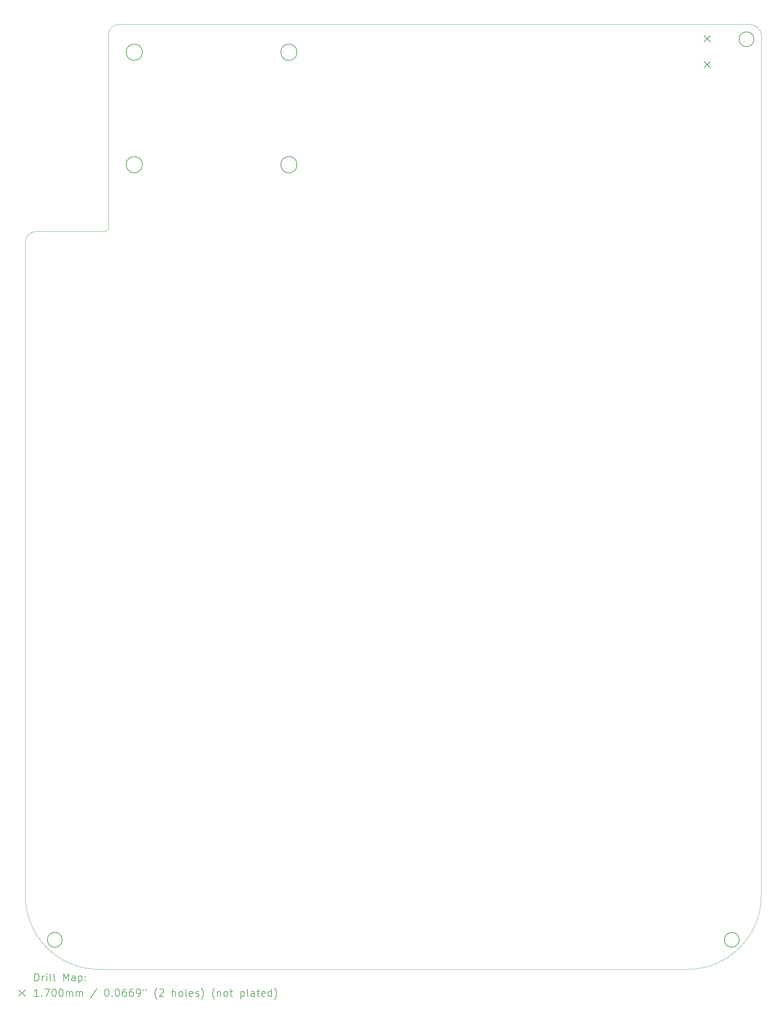
<source format=gbr>
%TF.GenerationSoftware,KiCad,Pcbnew,9.0.1*%
%TF.CreationDate,2025-08-16T12:46:44+08:00*%
%TF.ProjectId,final version,66696e61-6c20-4766-9572-73696f6e2e6b,rev?*%
%TF.SameCoordinates,Original*%
%TF.FileFunction,Drillmap*%
%TF.FilePolarity,Positive*%
%FSLAX45Y45*%
G04 Gerber Fmt 4.5, Leading zero omitted, Abs format (unit mm)*
G04 Created by KiCad (PCBNEW 9.0.1) date 2025-08-16 12:46:44*
%MOMM*%
%LPD*%
G01*
G04 APERTURE LIST*
%ADD10C,0.050000*%
%ADD11C,0.200000*%
%ADD12C,0.170000*%
G04 APERTURE END LIST*
D10*
X24400000Y-6725000D02*
X24400000Y-30025000D01*
D11*
X7624500Y-7176000D02*
G75*
G02*
X7184500Y-7176000I-220000J0D01*
G01*
X7184500Y-7176000D02*
G75*
G02*
X7624500Y-7176000I220000J0D01*
G01*
D10*
X6450000Y-32025000D02*
X22400000Y-32025000D01*
D11*
X7624500Y-10224000D02*
G75*
G02*
X7184500Y-10224000I-220000J0D01*
G01*
X7184500Y-10224000D02*
G75*
G02*
X7624500Y-10224000I220000J0D01*
G01*
D10*
X4450000Y-12330000D02*
G75*
G02*
X4750000Y-12030000I300000J0D01*
G01*
X6700000Y-11945000D02*
G75*
G02*
X6615000Y-12030000I-85000J0D01*
G01*
D11*
X24200000Y-6825000D02*
G75*
G02*
X23800000Y-6825000I-200000J0D01*
G01*
X23800000Y-6825000D02*
G75*
G02*
X24200000Y-6825000I200000J0D01*
G01*
D10*
X4750000Y-12030000D02*
X6615000Y-12030000D01*
X24400000Y-30025000D02*
G75*
G02*
X22400000Y-32025000I-2000000J0D01*
G01*
D11*
X11815500Y-10224000D02*
G75*
G02*
X11375500Y-10224000I-220000J0D01*
G01*
X11375500Y-10224000D02*
G75*
G02*
X11815500Y-10224000I220000J0D01*
G01*
D10*
X6700000Y-6720000D02*
G75*
G02*
X7000000Y-6420000I300000J0D01*
G01*
X6450000Y-32025000D02*
G75*
G02*
X4450000Y-30025000I0J2000000D01*
G01*
D11*
X11815500Y-7176000D02*
G75*
G02*
X11375500Y-7176000I-220000J0D01*
G01*
X11375500Y-7176000D02*
G75*
G02*
X11815500Y-7176000I220000J0D01*
G01*
D10*
X4450000Y-12330000D02*
X4450000Y-30025000D01*
X7000000Y-6420000D02*
X24100000Y-6425000D01*
D11*
X23800000Y-31225000D02*
G75*
G02*
X23400000Y-31225000I-200000J0D01*
G01*
X23400000Y-31225000D02*
G75*
G02*
X23800000Y-31225000I200000J0D01*
G01*
D10*
X6700000Y-6720000D02*
X6700000Y-11945000D01*
D11*
X5450000Y-31225000D02*
G75*
G02*
X5050000Y-31225000I-200000J0D01*
G01*
X5050000Y-31225000D02*
G75*
G02*
X5450000Y-31225000I200000J0D01*
G01*
D10*
X24100000Y-6425000D02*
G75*
G02*
X24400000Y-6725000I0J-300000D01*
G01*
D11*
D12*
X22853000Y-6728000D02*
X23023000Y-6898000D01*
X23023000Y-6728000D02*
X22853000Y-6898000D01*
X22853000Y-7428000D02*
X23023000Y-7598000D01*
X23023000Y-7428000D02*
X22853000Y-7598000D01*
D11*
X4708277Y-32338984D02*
X4708277Y-32138984D01*
X4708277Y-32138984D02*
X4755896Y-32138984D01*
X4755896Y-32138984D02*
X4784467Y-32148508D01*
X4784467Y-32148508D02*
X4803515Y-32167555D01*
X4803515Y-32167555D02*
X4813039Y-32186603D01*
X4813039Y-32186603D02*
X4822563Y-32224698D01*
X4822563Y-32224698D02*
X4822563Y-32253269D01*
X4822563Y-32253269D02*
X4813039Y-32291365D01*
X4813039Y-32291365D02*
X4803515Y-32310412D01*
X4803515Y-32310412D02*
X4784467Y-32329460D01*
X4784467Y-32329460D02*
X4755896Y-32338984D01*
X4755896Y-32338984D02*
X4708277Y-32338984D01*
X4908277Y-32338984D02*
X4908277Y-32205650D01*
X4908277Y-32243746D02*
X4917801Y-32224698D01*
X4917801Y-32224698D02*
X4927324Y-32215174D01*
X4927324Y-32215174D02*
X4946372Y-32205650D01*
X4946372Y-32205650D02*
X4965420Y-32205650D01*
X5032086Y-32338984D02*
X5032086Y-32205650D01*
X5032086Y-32138984D02*
X5022563Y-32148508D01*
X5022563Y-32148508D02*
X5032086Y-32158031D01*
X5032086Y-32158031D02*
X5041610Y-32148508D01*
X5041610Y-32148508D02*
X5032086Y-32138984D01*
X5032086Y-32138984D02*
X5032086Y-32158031D01*
X5155896Y-32338984D02*
X5136848Y-32329460D01*
X5136848Y-32329460D02*
X5127324Y-32310412D01*
X5127324Y-32310412D02*
X5127324Y-32138984D01*
X5260658Y-32338984D02*
X5241610Y-32329460D01*
X5241610Y-32329460D02*
X5232086Y-32310412D01*
X5232086Y-32310412D02*
X5232086Y-32138984D01*
X5489229Y-32338984D02*
X5489229Y-32138984D01*
X5489229Y-32138984D02*
X5555896Y-32281841D01*
X5555896Y-32281841D02*
X5622562Y-32138984D01*
X5622562Y-32138984D02*
X5622562Y-32338984D01*
X5803515Y-32338984D02*
X5803515Y-32234222D01*
X5803515Y-32234222D02*
X5793991Y-32215174D01*
X5793991Y-32215174D02*
X5774943Y-32205650D01*
X5774943Y-32205650D02*
X5736848Y-32205650D01*
X5736848Y-32205650D02*
X5717801Y-32215174D01*
X5803515Y-32329460D02*
X5784467Y-32338984D01*
X5784467Y-32338984D02*
X5736848Y-32338984D01*
X5736848Y-32338984D02*
X5717801Y-32329460D01*
X5717801Y-32329460D02*
X5708277Y-32310412D01*
X5708277Y-32310412D02*
X5708277Y-32291365D01*
X5708277Y-32291365D02*
X5717801Y-32272317D01*
X5717801Y-32272317D02*
X5736848Y-32262793D01*
X5736848Y-32262793D02*
X5784467Y-32262793D01*
X5784467Y-32262793D02*
X5803515Y-32253269D01*
X5898753Y-32205650D02*
X5898753Y-32405650D01*
X5898753Y-32215174D02*
X5917801Y-32205650D01*
X5917801Y-32205650D02*
X5955896Y-32205650D01*
X5955896Y-32205650D02*
X5974943Y-32215174D01*
X5974943Y-32215174D02*
X5984467Y-32224698D01*
X5984467Y-32224698D02*
X5993991Y-32243746D01*
X5993991Y-32243746D02*
X5993991Y-32300888D01*
X5993991Y-32300888D02*
X5984467Y-32319936D01*
X5984467Y-32319936D02*
X5974943Y-32329460D01*
X5974943Y-32329460D02*
X5955896Y-32338984D01*
X5955896Y-32338984D02*
X5917801Y-32338984D01*
X5917801Y-32338984D02*
X5898753Y-32329460D01*
X6079705Y-32319936D02*
X6089229Y-32329460D01*
X6089229Y-32329460D02*
X6079705Y-32338984D01*
X6079705Y-32338984D02*
X6070182Y-32329460D01*
X6070182Y-32329460D02*
X6079705Y-32319936D01*
X6079705Y-32319936D02*
X6079705Y-32338984D01*
X6079705Y-32215174D02*
X6089229Y-32224698D01*
X6089229Y-32224698D02*
X6079705Y-32234222D01*
X6079705Y-32234222D02*
X6070182Y-32224698D01*
X6070182Y-32224698D02*
X6079705Y-32215174D01*
X6079705Y-32215174D02*
X6079705Y-32234222D01*
D12*
X4277500Y-32582500D02*
X4447500Y-32752500D01*
X4447500Y-32582500D02*
X4277500Y-32752500D01*
D11*
X4813039Y-32758984D02*
X4698753Y-32758984D01*
X4755896Y-32758984D02*
X4755896Y-32558984D01*
X4755896Y-32558984D02*
X4736848Y-32587555D01*
X4736848Y-32587555D02*
X4717801Y-32606603D01*
X4717801Y-32606603D02*
X4698753Y-32616127D01*
X4898753Y-32739936D02*
X4908277Y-32749460D01*
X4908277Y-32749460D02*
X4898753Y-32758984D01*
X4898753Y-32758984D02*
X4889229Y-32749460D01*
X4889229Y-32749460D02*
X4898753Y-32739936D01*
X4898753Y-32739936D02*
X4898753Y-32758984D01*
X4974944Y-32558984D02*
X5108277Y-32558984D01*
X5108277Y-32558984D02*
X5022563Y-32758984D01*
X5222563Y-32558984D02*
X5241610Y-32558984D01*
X5241610Y-32558984D02*
X5260658Y-32568508D01*
X5260658Y-32568508D02*
X5270182Y-32578031D01*
X5270182Y-32578031D02*
X5279705Y-32597079D01*
X5279705Y-32597079D02*
X5289229Y-32635174D01*
X5289229Y-32635174D02*
X5289229Y-32682793D01*
X5289229Y-32682793D02*
X5279705Y-32720888D01*
X5279705Y-32720888D02*
X5270182Y-32739936D01*
X5270182Y-32739936D02*
X5260658Y-32749460D01*
X5260658Y-32749460D02*
X5241610Y-32758984D01*
X5241610Y-32758984D02*
X5222563Y-32758984D01*
X5222563Y-32758984D02*
X5203515Y-32749460D01*
X5203515Y-32749460D02*
X5193991Y-32739936D01*
X5193991Y-32739936D02*
X5184467Y-32720888D01*
X5184467Y-32720888D02*
X5174944Y-32682793D01*
X5174944Y-32682793D02*
X5174944Y-32635174D01*
X5174944Y-32635174D02*
X5184467Y-32597079D01*
X5184467Y-32597079D02*
X5193991Y-32578031D01*
X5193991Y-32578031D02*
X5203515Y-32568508D01*
X5203515Y-32568508D02*
X5222563Y-32558984D01*
X5413039Y-32558984D02*
X5432086Y-32558984D01*
X5432086Y-32558984D02*
X5451134Y-32568508D01*
X5451134Y-32568508D02*
X5460658Y-32578031D01*
X5460658Y-32578031D02*
X5470182Y-32597079D01*
X5470182Y-32597079D02*
X5479705Y-32635174D01*
X5479705Y-32635174D02*
X5479705Y-32682793D01*
X5479705Y-32682793D02*
X5470182Y-32720888D01*
X5470182Y-32720888D02*
X5460658Y-32739936D01*
X5460658Y-32739936D02*
X5451134Y-32749460D01*
X5451134Y-32749460D02*
X5432086Y-32758984D01*
X5432086Y-32758984D02*
X5413039Y-32758984D01*
X5413039Y-32758984D02*
X5393991Y-32749460D01*
X5393991Y-32749460D02*
X5384467Y-32739936D01*
X5384467Y-32739936D02*
X5374944Y-32720888D01*
X5374944Y-32720888D02*
X5365420Y-32682793D01*
X5365420Y-32682793D02*
X5365420Y-32635174D01*
X5365420Y-32635174D02*
X5374944Y-32597079D01*
X5374944Y-32597079D02*
X5384467Y-32578031D01*
X5384467Y-32578031D02*
X5393991Y-32568508D01*
X5393991Y-32568508D02*
X5413039Y-32558984D01*
X5565420Y-32758984D02*
X5565420Y-32625650D01*
X5565420Y-32644698D02*
X5574944Y-32635174D01*
X5574944Y-32635174D02*
X5593991Y-32625650D01*
X5593991Y-32625650D02*
X5622563Y-32625650D01*
X5622563Y-32625650D02*
X5641610Y-32635174D01*
X5641610Y-32635174D02*
X5651134Y-32654222D01*
X5651134Y-32654222D02*
X5651134Y-32758984D01*
X5651134Y-32654222D02*
X5660658Y-32635174D01*
X5660658Y-32635174D02*
X5679705Y-32625650D01*
X5679705Y-32625650D02*
X5708277Y-32625650D01*
X5708277Y-32625650D02*
X5727324Y-32635174D01*
X5727324Y-32635174D02*
X5736848Y-32654222D01*
X5736848Y-32654222D02*
X5736848Y-32758984D01*
X5832086Y-32758984D02*
X5832086Y-32625650D01*
X5832086Y-32644698D02*
X5841610Y-32635174D01*
X5841610Y-32635174D02*
X5860658Y-32625650D01*
X5860658Y-32625650D02*
X5889229Y-32625650D01*
X5889229Y-32625650D02*
X5908277Y-32635174D01*
X5908277Y-32635174D02*
X5917801Y-32654222D01*
X5917801Y-32654222D02*
X5917801Y-32758984D01*
X5917801Y-32654222D02*
X5927324Y-32635174D01*
X5927324Y-32635174D02*
X5946372Y-32625650D01*
X5946372Y-32625650D02*
X5974943Y-32625650D01*
X5974943Y-32625650D02*
X5993991Y-32635174D01*
X5993991Y-32635174D02*
X6003515Y-32654222D01*
X6003515Y-32654222D02*
X6003515Y-32758984D01*
X6393991Y-32549460D02*
X6222563Y-32806603D01*
X6651134Y-32558984D02*
X6670182Y-32558984D01*
X6670182Y-32558984D02*
X6689229Y-32568508D01*
X6689229Y-32568508D02*
X6698753Y-32578031D01*
X6698753Y-32578031D02*
X6708277Y-32597079D01*
X6708277Y-32597079D02*
X6717801Y-32635174D01*
X6717801Y-32635174D02*
X6717801Y-32682793D01*
X6717801Y-32682793D02*
X6708277Y-32720888D01*
X6708277Y-32720888D02*
X6698753Y-32739936D01*
X6698753Y-32739936D02*
X6689229Y-32749460D01*
X6689229Y-32749460D02*
X6670182Y-32758984D01*
X6670182Y-32758984D02*
X6651134Y-32758984D01*
X6651134Y-32758984D02*
X6632086Y-32749460D01*
X6632086Y-32749460D02*
X6622563Y-32739936D01*
X6622563Y-32739936D02*
X6613039Y-32720888D01*
X6613039Y-32720888D02*
X6603515Y-32682793D01*
X6603515Y-32682793D02*
X6603515Y-32635174D01*
X6603515Y-32635174D02*
X6613039Y-32597079D01*
X6613039Y-32597079D02*
X6622563Y-32578031D01*
X6622563Y-32578031D02*
X6632086Y-32568508D01*
X6632086Y-32568508D02*
X6651134Y-32558984D01*
X6803515Y-32739936D02*
X6813039Y-32749460D01*
X6813039Y-32749460D02*
X6803515Y-32758984D01*
X6803515Y-32758984D02*
X6793991Y-32749460D01*
X6793991Y-32749460D02*
X6803515Y-32739936D01*
X6803515Y-32739936D02*
X6803515Y-32758984D01*
X6936848Y-32558984D02*
X6955896Y-32558984D01*
X6955896Y-32558984D02*
X6974944Y-32568508D01*
X6974944Y-32568508D02*
X6984467Y-32578031D01*
X6984467Y-32578031D02*
X6993991Y-32597079D01*
X6993991Y-32597079D02*
X7003515Y-32635174D01*
X7003515Y-32635174D02*
X7003515Y-32682793D01*
X7003515Y-32682793D02*
X6993991Y-32720888D01*
X6993991Y-32720888D02*
X6984467Y-32739936D01*
X6984467Y-32739936D02*
X6974944Y-32749460D01*
X6974944Y-32749460D02*
X6955896Y-32758984D01*
X6955896Y-32758984D02*
X6936848Y-32758984D01*
X6936848Y-32758984D02*
X6917801Y-32749460D01*
X6917801Y-32749460D02*
X6908277Y-32739936D01*
X6908277Y-32739936D02*
X6898753Y-32720888D01*
X6898753Y-32720888D02*
X6889229Y-32682793D01*
X6889229Y-32682793D02*
X6889229Y-32635174D01*
X6889229Y-32635174D02*
X6898753Y-32597079D01*
X6898753Y-32597079D02*
X6908277Y-32578031D01*
X6908277Y-32578031D02*
X6917801Y-32568508D01*
X6917801Y-32568508D02*
X6936848Y-32558984D01*
X7174944Y-32558984D02*
X7136848Y-32558984D01*
X7136848Y-32558984D02*
X7117801Y-32568508D01*
X7117801Y-32568508D02*
X7108277Y-32578031D01*
X7108277Y-32578031D02*
X7089229Y-32606603D01*
X7089229Y-32606603D02*
X7079706Y-32644698D01*
X7079706Y-32644698D02*
X7079706Y-32720888D01*
X7079706Y-32720888D02*
X7089229Y-32739936D01*
X7089229Y-32739936D02*
X7098753Y-32749460D01*
X7098753Y-32749460D02*
X7117801Y-32758984D01*
X7117801Y-32758984D02*
X7155896Y-32758984D01*
X7155896Y-32758984D02*
X7174944Y-32749460D01*
X7174944Y-32749460D02*
X7184467Y-32739936D01*
X7184467Y-32739936D02*
X7193991Y-32720888D01*
X7193991Y-32720888D02*
X7193991Y-32673269D01*
X7193991Y-32673269D02*
X7184467Y-32654222D01*
X7184467Y-32654222D02*
X7174944Y-32644698D01*
X7174944Y-32644698D02*
X7155896Y-32635174D01*
X7155896Y-32635174D02*
X7117801Y-32635174D01*
X7117801Y-32635174D02*
X7098753Y-32644698D01*
X7098753Y-32644698D02*
X7089229Y-32654222D01*
X7089229Y-32654222D02*
X7079706Y-32673269D01*
X7365420Y-32558984D02*
X7327325Y-32558984D01*
X7327325Y-32558984D02*
X7308277Y-32568508D01*
X7308277Y-32568508D02*
X7298753Y-32578031D01*
X7298753Y-32578031D02*
X7279706Y-32606603D01*
X7279706Y-32606603D02*
X7270182Y-32644698D01*
X7270182Y-32644698D02*
X7270182Y-32720888D01*
X7270182Y-32720888D02*
X7279706Y-32739936D01*
X7279706Y-32739936D02*
X7289229Y-32749460D01*
X7289229Y-32749460D02*
X7308277Y-32758984D01*
X7308277Y-32758984D02*
X7346372Y-32758984D01*
X7346372Y-32758984D02*
X7365420Y-32749460D01*
X7365420Y-32749460D02*
X7374944Y-32739936D01*
X7374944Y-32739936D02*
X7384467Y-32720888D01*
X7384467Y-32720888D02*
X7384467Y-32673269D01*
X7384467Y-32673269D02*
X7374944Y-32654222D01*
X7374944Y-32654222D02*
X7365420Y-32644698D01*
X7365420Y-32644698D02*
X7346372Y-32635174D01*
X7346372Y-32635174D02*
X7308277Y-32635174D01*
X7308277Y-32635174D02*
X7289229Y-32644698D01*
X7289229Y-32644698D02*
X7279706Y-32654222D01*
X7279706Y-32654222D02*
X7270182Y-32673269D01*
X7479706Y-32758984D02*
X7517801Y-32758984D01*
X7517801Y-32758984D02*
X7536848Y-32749460D01*
X7536848Y-32749460D02*
X7546372Y-32739936D01*
X7546372Y-32739936D02*
X7565420Y-32711365D01*
X7565420Y-32711365D02*
X7574944Y-32673269D01*
X7574944Y-32673269D02*
X7574944Y-32597079D01*
X7574944Y-32597079D02*
X7565420Y-32578031D01*
X7565420Y-32578031D02*
X7555896Y-32568508D01*
X7555896Y-32568508D02*
X7536848Y-32558984D01*
X7536848Y-32558984D02*
X7498753Y-32558984D01*
X7498753Y-32558984D02*
X7479706Y-32568508D01*
X7479706Y-32568508D02*
X7470182Y-32578031D01*
X7470182Y-32578031D02*
X7460658Y-32597079D01*
X7460658Y-32597079D02*
X7460658Y-32644698D01*
X7460658Y-32644698D02*
X7470182Y-32663746D01*
X7470182Y-32663746D02*
X7479706Y-32673269D01*
X7479706Y-32673269D02*
X7498753Y-32682793D01*
X7498753Y-32682793D02*
X7536848Y-32682793D01*
X7536848Y-32682793D02*
X7555896Y-32673269D01*
X7555896Y-32673269D02*
X7565420Y-32663746D01*
X7565420Y-32663746D02*
X7574944Y-32644698D01*
X7651134Y-32558984D02*
X7651134Y-32597079D01*
X7727325Y-32558984D02*
X7727325Y-32597079D01*
X8022563Y-32835174D02*
X8013039Y-32825650D01*
X8013039Y-32825650D02*
X7993991Y-32797079D01*
X7993991Y-32797079D02*
X7984468Y-32778031D01*
X7984468Y-32778031D02*
X7974944Y-32749460D01*
X7974944Y-32749460D02*
X7965420Y-32701841D01*
X7965420Y-32701841D02*
X7965420Y-32663746D01*
X7965420Y-32663746D02*
X7974944Y-32616127D01*
X7974944Y-32616127D02*
X7984468Y-32587555D01*
X7984468Y-32587555D02*
X7993991Y-32568508D01*
X7993991Y-32568508D02*
X8013039Y-32539936D01*
X8013039Y-32539936D02*
X8022563Y-32530412D01*
X8089229Y-32578031D02*
X8098753Y-32568508D01*
X8098753Y-32568508D02*
X8117801Y-32558984D01*
X8117801Y-32558984D02*
X8165420Y-32558984D01*
X8165420Y-32558984D02*
X8184468Y-32568508D01*
X8184468Y-32568508D02*
X8193991Y-32578031D01*
X8193991Y-32578031D02*
X8203515Y-32597079D01*
X8203515Y-32597079D02*
X8203515Y-32616127D01*
X8203515Y-32616127D02*
X8193991Y-32644698D01*
X8193991Y-32644698D02*
X8079706Y-32758984D01*
X8079706Y-32758984D02*
X8203515Y-32758984D01*
X8441611Y-32758984D02*
X8441611Y-32558984D01*
X8527325Y-32758984D02*
X8527325Y-32654222D01*
X8527325Y-32654222D02*
X8517801Y-32635174D01*
X8517801Y-32635174D02*
X8498753Y-32625650D01*
X8498753Y-32625650D02*
X8470182Y-32625650D01*
X8470182Y-32625650D02*
X8451134Y-32635174D01*
X8451134Y-32635174D02*
X8441611Y-32644698D01*
X8651134Y-32758984D02*
X8632087Y-32749460D01*
X8632087Y-32749460D02*
X8622563Y-32739936D01*
X8622563Y-32739936D02*
X8613039Y-32720888D01*
X8613039Y-32720888D02*
X8613039Y-32663746D01*
X8613039Y-32663746D02*
X8622563Y-32644698D01*
X8622563Y-32644698D02*
X8632087Y-32635174D01*
X8632087Y-32635174D02*
X8651134Y-32625650D01*
X8651134Y-32625650D02*
X8679706Y-32625650D01*
X8679706Y-32625650D02*
X8698753Y-32635174D01*
X8698753Y-32635174D02*
X8708277Y-32644698D01*
X8708277Y-32644698D02*
X8717801Y-32663746D01*
X8717801Y-32663746D02*
X8717801Y-32720888D01*
X8717801Y-32720888D02*
X8708277Y-32739936D01*
X8708277Y-32739936D02*
X8698753Y-32749460D01*
X8698753Y-32749460D02*
X8679706Y-32758984D01*
X8679706Y-32758984D02*
X8651134Y-32758984D01*
X8832087Y-32758984D02*
X8813039Y-32749460D01*
X8813039Y-32749460D02*
X8803515Y-32730412D01*
X8803515Y-32730412D02*
X8803515Y-32558984D01*
X8984468Y-32749460D02*
X8965420Y-32758984D01*
X8965420Y-32758984D02*
X8927325Y-32758984D01*
X8927325Y-32758984D02*
X8908277Y-32749460D01*
X8908277Y-32749460D02*
X8898753Y-32730412D01*
X8898753Y-32730412D02*
X8898753Y-32654222D01*
X8898753Y-32654222D02*
X8908277Y-32635174D01*
X8908277Y-32635174D02*
X8927325Y-32625650D01*
X8927325Y-32625650D02*
X8965420Y-32625650D01*
X8965420Y-32625650D02*
X8984468Y-32635174D01*
X8984468Y-32635174D02*
X8993992Y-32654222D01*
X8993992Y-32654222D02*
X8993992Y-32673269D01*
X8993992Y-32673269D02*
X8898753Y-32692317D01*
X9070182Y-32749460D02*
X9089230Y-32758984D01*
X9089230Y-32758984D02*
X9127325Y-32758984D01*
X9127325Y-32758984D02*
X9146373Y-32749460D01*
X9146373Y-32749460D02*
X9155896Y-32730412D01*
X9155896Y-32730412D02*
X9155896Y-32720888D01*
X9155896Y-32720888D02*
X9146373Y-32701841D01*
X9146373Y-32701841D02*
X9127325Y-32692317D01*
X9127325Y-32692317D02*
X9098753Y-32692317D01*
X9098753Y-32692317D02*
X9079706Y-32682793D01*
X9079706Y-32682793D02*
X9070182Y-32663746D01*
X9070182Y-32663746D02*
X9070182Y-32654222D01*
X9070182Y-32654222D02*
X9079706Y-32635174D01*
X9079706Y-32635174D02*
X9098753Y-32625650D01*
X9098753Y-32625650D02*
X9127325Y-32625650D01*
X9127325Y-32625650D02*
X9146373Y-32635174D01*
X9222563Y-32835174D02*
X9232087Y-32825650D01*
X9232087Y-32825650D02*
X9251134Y-32797079D01*
X9251134Y-32797079D02*
X9260658Y-32778031D01*
X9260658Y-32778031D02*
X9270182Y-32749460D01*
X9270182Y-32749460D02*
X9279706Y-32701841D01*
X9279706Y-32701841D02*
X9279706Y-32663746D01*
X9279706Y-32663746D02*
X9270182Y-32616127D01*
X9270182Y-32616127D02*
X9260658Y-32587555D01*
X9260658Y-32587555D02*
X9251134Y-32568508D01*
X9251134Y-32568508D02*
X9232087Y-32539936D01*
X9232087Y-32539936D02*
X9222563Y-32530412D01*
X9584468Y-32835174D02*
X9574944Y-32825650D01*
X9574944Y-32825650D02*
X9555896Y-32797079D01*
X9555896Y-32797079D02*
X9546373Y-32778031D01*
X9546373Y-32778031D02*
X9536849Y-32749460D01*
X9536849Y-32749460D02*
X9527325Y-32701841D01*
X9527325Y-32701841D02*
X9527325Y-32663746D01*
X9527325Y-32663746D02*
X9536849Y-32616127D01*
X9536849Y-32616127D02*
X9546373Y-32587555D01*
X9546373Y-32587555D02*
X9555896Y-32568508D01*
X9555896Y-32568508D02*
X9574944Y-32539936D01*
X9574944Y-32539936D02*
X9584468Y-32530412D01*
X9660658Y-32625650D02*
X9660658Y-32758984D01*
X9660658Y-32644698D02*
X9670182Y-32635174D01*
X9670182Y-32635174D02*
X9689230Y-32625650D01*
X9689230Y-32625650D02*
X9717801Y-32625650D01*
X9717801Y-32625650D02*
X9736849Y-32635174D01*
X9736849Y-32635174D02*
X9746373Y-32654222D01*
X9746373Y-32654222D02*
X9746373Y-32758984D01*
X9870182Y-32758984D02*
X9851134Y-32749460D01*
X9851134Y-32749460D02*
X9841611Y-32739936D01*
X9841611Y-32739936D02*
X9832087Y-32720888D01*
X9832087Y-32720888D02*
X9832087Y-32663746D01*
X9832087Y-32663746D02*
X9841611Y-32644698D01*
X9841611Y-32644698D02*
X9851134Y-32635174D01*
X9851134Y-32635174D02*
X9870182Y-32625650D01*
X9870182Y-32625650D02*
X9898754Y-32625650D01*
X9898754Y-32625650D02*
X9917801Y-32635174D01*
X9917801Y-32635174D02*
X9927325Y-32644698D01*
X9927325Y-32644698D02*
X9936849Y-32663746D01*
X9936849Y-32663746D02*
X9936849Y-32720888D01*
X9936849Y-32720888D02*
X9927325Y-32739936D01*
X9927325Y-32739936D02*
X9917801Y-32749460D01*
X9917801Y-32749460D02*
X9898754Y-32758984D01*
X9898754Y-32758984D02*
X9870182Y-32758984D01*
X9993992Y-32625650D02*
X10070182Y-32625650D01*
X10022563Y-32558984D02*
X10022563Y-32730412D01*
X10022563Y-32730412D02*
X10032087Y-32749460D01*
X10032087Y-32749460D02*
X10051134Y-32758984D01*
X10051134Y-32758984D02*
X10070182Y-32758984D01*
X10289230Y-32625650D02*
X10289230Y-32825650D01*
X10289230Y-32635174D02*
X10308277Y-32625650D01*
X10308277Y-32625650D02*
X10346373Y-32625650D01*
X10346373Y-32625650D02*
X10365420Y-32635174D01*
X10365420Y-32635174D02*
X10374944Y-32644698D01*
X10374944Y-32644698D02*
X10384468Y-32663746D01*
X10384468Y-32663746D02*
X10384468Y-32720888D01*
X10384468Y-32720888D02*
X10374944Y-32739936D01*
X10374944Y-32739936D02*
X10365420Y-32749460D01*
X10365420Y-32749460D02*
X10346373Y-32758984D01*
X10346373Y-32758984D02*
X10308277Y-32758984D01*
X10308277Y-32758984D02*
X10289230Y-32749460D01*
X10498754Y-32758984D02*
X10479706Y-32749460D01*
X10479706Y-32749460D02*
X10470182Y-32730412D01*
X10470182Y-32730412D02*
X10470182Y-32558984D01*
X10660658Y-32758984D02*
X10660658Y-32654222D01*
X10660658Y-32654222D02*
X10651135Y-32635174D01*
X10651135Y-32635174D02*
X10632087Y-32625650D01*
X10632087Y-32625650D02*
X10593992Y-32625650D01*
X10593992Y-32625650D02*
X10574944Y-32635174D01*
X10660658Y-32749460D02*
X10641611Y-32758984D01*
X10641611Y-32758984D02*
X10593992Y-32758984D01*
X10593992Y-32758984D02*
X10574944Y-32749460D01*
X10574944Y-32749460D02*
X10565420Y-32730412D01*
X10565420Y-32730412D02*
X10565420Y-32711365D01*
X10565420Y-32711365D02*
X10574944Y-32692317D01*
X10574944Y-32692317D02*
X10593992Y-32682793D01*
X10593992Y-32682793D02*
X10641611Y-32682793D01*
X10641611Y-32682793D02*
X10660658Y-32673269D01*
X10727325Y-32625650D02*
X10803515Y-32625650D01*
X10755896Y-32558984D02*
X10755896Y-32730412D01*
X10755896Y-32730412D02*
X10765420Y-32749460D01*
X10765420Y-32749460D02*
X10784468Y-32758984D01*
X10784468Y-32758984D02*
X10803515Y-32758984D01*
X10946373Y-32749460D02*
X10927325Y-32758984D01*
X10927325Y-32758984D02*
X10889230Y-32758984D01*
X10889230Y-32758984D02*
X10870182Y-32749460D01*
X10870182Y-32749460D02*
X10860658Y-32730412D01*
X10860658Y-32730412D02*
X10860658Y-32654222D01*
X10860658Y-32654222D02*
X10870182Y-32635174D01*
X10870182Y-32635174D02*
X10889230Y-32625650D01*
X10889230Y-32625650D02*
X10927325Y-32625650D01*
X10927325Y-32625650D02*
X10946373Y-32635174D01*
X10946373Y-32635174D02*
X10955896Y-32654222D01*
X10955896Y-32654222D02*
X10955896Y-32673269D01*
X10955896Y-32673269D02*
X10860658Y-32692317D01*
X11127325Y-32758984D02*
X11127325Y-32558984D01*
X11127325Y-32749460D02*
X11108277Y-32758984D01*
X11108277Y-32758984D02*
X11070182Y-32758984D01*
X11070182Y-32758984D02*
X11051135Y-32749460D01*
X11051135Y-32749460D02*
X11041611Y-32739936D01*
X11041611Y-32739936D02*
X11032087Y-32720888D01*
X11032087Y-32720888D02*
X11032087Y-32663746D01*
X11032087Y-32663746D02*
X11041611Y-32644698D01*
X11041611Y-32644698D02*
X11051135Y-32635174D01*
X11051135Y-32635174D02*
X11070182Y-32625650D01*
X11070182Y-32625650D02*
X11108277Y-32625650D01*
X11108277Y-32625650D02*
X11127325Y-32635174D01*
X11203515Y-32835174D02*
X11213039Y-32825650D01*
X11213039Y-32825650D02*
X11232087Y-32797079D01*
X11232087Y-32797079D02*
X11241611Y-32778031D01*
X11241611Y-32778031D02*
X11251134Y-32749460D01*
X11251134Y-32749460D02*
X11260658Y-32701841D01*
X11260658Y-32701841D02*
X11260658Y-32663746D01*
X11260658Y-32663746D02*
X11251134Y-32616127D01*
X11251134Y-32616127D02*
X11241611Y-32587555D01*
X11241611Y-32587555D02*
X11232087Y-32568508D01*
X11232087Y-32568508D02*
X11213039Y-32539936D01*
X11213039Y-32539936D02*
X11203515Y-32530412D01*
M02*

</source>
